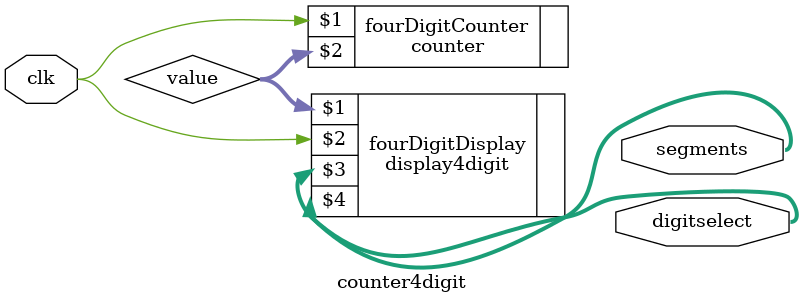
<source format=sv>
`timescale 1ns / 1ps


module counter4digit(
    input wire clk, 
    output logic[7:0] segments, 
    output logic[7:0] digitselect
    );
    
    wire[15:0] value; 
    
    counter fourDigitCounter(clk, value); 
    display4digit fourDigitDisplay(value, clk, segments, digitselect); 
    
endmodule

</source>
